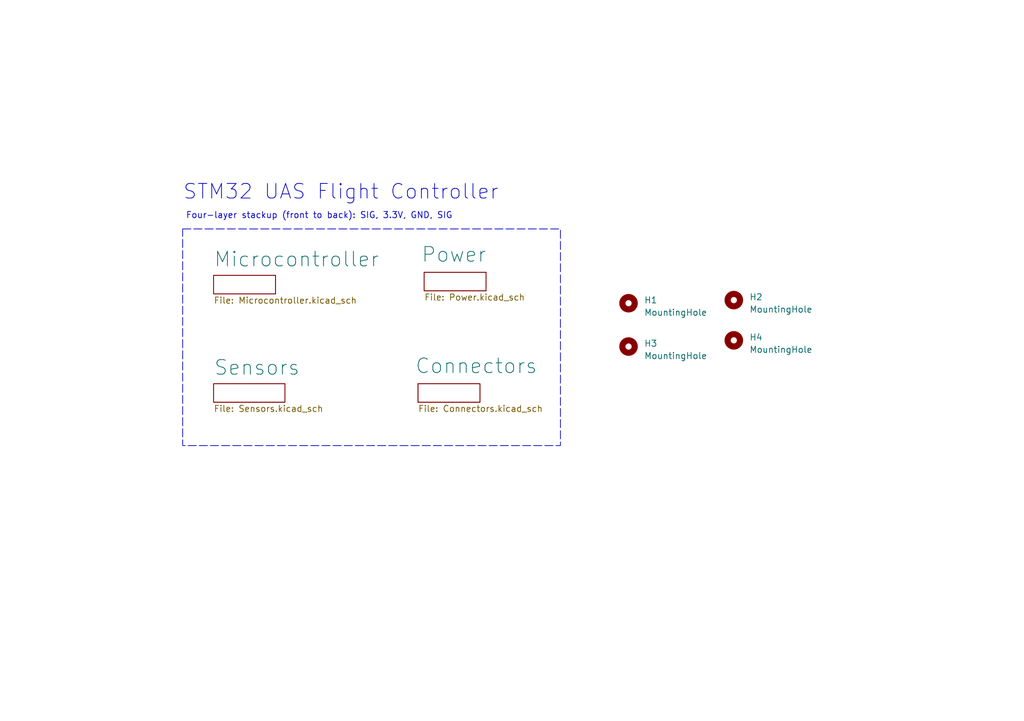
<source format=kicad_sch>
(kicad_sch (version 20230121) (generator eeschema)

  (uuid 619b7a98-ea9e-4ba1-a6ac-2aefa32bb41a)

  (paper "A5")

  (lib_symbols
    (symbol "Mechanical:MountingHole" (pin_names (offset 1.016)) (in_bom yes) (on_board yes)
      (property "Reference" "H" (at 0 5.08 0)
        (effects (font (size 1.27 1.27)))
      )
      (property "Value" "MountingHole" (at 0 3.175 0)
        (effects (font (size 1.27 1.27)))
      )
      (property "Footprint" "" (at 0 0 0)
        (effects (font (size 1.27 1.27)) hide)
      )
      (property "Datasheet" "~" (at 0 0 0)
        (effects (font (size 1.27 1.27)) hide)
      )
      (property "ki_keywords" "mounting hole" (at 0 0 0)
        (effects (font (size 1.27 1.27)) hide)
      )
      (property "ki_description" "Mounting Hole without connection" (at 0 0 0)
        (effects (font (size 1.27 1.27)) hide)
      )
      (property "ki_fp_filters" "MountingHole*" (at 0 0 0)
        (effects (font (size 1.27 1.27)) hide)
      )
      (symbol "MountingHole_0_1"
        (circle (center 0 0) (radius 1.27)
          (stroke (width 1.27) (type default))
          (fill (type none))
        )
      )
    )
  )


  (rectangle (start 37.465 46.99) (end 114.935 91.44)
    (stroke (width 0) (type dash))
    (fill (type none))
    (uuid 2406e4fa-bf88-4950-a756-96a401b72c73)
  )

  (text "Four-layer stackup (front to back): SIG, 3.3V, GND, SIG"
    (at 38.1 45.085 0)
    (effects (font (size 1.27 1.27)) (justify left bottom))
    (uuid 8a887091-14ea-4931-b86b-d80f2f4db12e)
  )
  (text "STM32 UAS Flight Controller" (at 37.465 41.275 0)
    (effects (font (size 3 3)) (justify left bottom))
    (uuid d64d2d06-6d96-46b7-92b9-f71907208c2f)
  )

  (symbol (lib_id "Mechanical:MountingHole") (at 128.905 71.12 0) (unit 1)
    (in_bom yes) (on_board yes) (dnp no) (fields_autoplaced)
    (uuid 33832f98-5e34-495f-b106-75203c7c1867)
    (property "Reference" "H3" (at 132.08 70.485 0)
      (effects (font (size 1.27 1.27)) (justify left))
    )
    (property "Value" "MountingHole" (at 132.08 73.025 0)
      (effects (font (size 1.27 1.27)) (justify left))
    )
    (property "Footprint" "MountingHole:MountingHole_2.7mm_M2.5_Pad" (at 128.905 71.12 0)
      (effects (font (size 1.27 1.27)) hide)
    )
    (property "Datasheet" "~" (at 128.905 71.12 0)
      (effects (font (size 1.27 1.27)) hide)
    )
    (instances
      (project "FlightComputer"
        (path "/619b7a98-ea9e-4ba1-a6ac-2aefa32bb41a"
          (reference "H3") (unit 1)
        )
      )
    )
  )

  (symbol (lib_id "Mechanical:MountingHole") (at 150.495 61.595 0) (unit 1)
    (in_bom yes) (on_board yes) (dnp no) (fields_autoplaced)
    (uuid 6a60f873-a4fd-4a7e-9cde-2c6e2e2f3eef)
    (property "Reference" "H2" (at 153.67 60.96 0)
      (effects (font (size 1.27 1.27)) (justify left))
    )
    (property "Value" "MountingHole" (at 153.67 63.5 0)
      (effects (font (size 1.27 1.27)) (justify left))
    )
    (property "Footprint" "MountingHole:MountingHole_2.7mm_M2.5_Pad" (at 150.495 61.595 0)
      (effects (font (size 1.27 1.27)) hide)
    )
    (property "Datasheet" "~" (at 150.495 61.595 0)
      (effects (font (size 1.27 1.27)) hide)
    )
    (instances
      (project "FlightComputer"
        (path "/619b7a98-ea9e-4ba1-a6ac-2aefa32bb41a"
          (reference "H2") (unit 1)
        )
      )
    )
  )

  (symbol (lib_id "Mechanical:MountingHole") (at 128.905 62.23 0) (unit 1)
    (in_bom yes) (on_board yes) (dnp no) (fields_autoplaced)
    (uuid 6e3a3f3a-0b0b-4703-a86b-2e259162d24f)
    (property "Reference" "H1" (at 132.08 61.595 0)
      (effects (font (size 1.27 1.27)) (justify left))
    )
    (property "Value" "MountingHole" (at 132.08 64.135 0)
      (effects (font (size 1.27 1.27)) (justify left))
    )
    (property "Footprint" "MountingHole:MountingHole_2.7mm_M2.5_Pad" (at 128.905 62.23 0)
      (effects (font (size 1.27 1.27)) hide)
    )
    (property "Datasheet" "~" (at 128.905 62.23 0)
      (effects (font (size 1.27 1.27)) hide)
    )
    (instances
      (project "FlightComputer"
        (path "/619b7a98-ea9e-4ba1-a6ac-2aefa32bb41a"
          (reference "H1") (unit 1)
        )
      )
    )
  )

  (symbol (lib_id "Mechanical:MountingHole") (at 150.495 69.85 0) (unit 1)
    (in_bom yes) (on_board yes) (dnp no) (fields_autoplaced)
    (uuid b20b4b68-987c-41e6-8b7d-a1ee17c39950)
    (property "Reference" "H4" (at 153.67 69.215 0)
      (effects (font (size 1.27 1.27)) (justify left))
    )
    (property "Value" "MountingHole" (at 153.67 71.755 0)
      (effects (font (size 1.27 1.27)) (justify left))
    )
    (property "Footprint" "MountingHole:MountingHole_2.7mm_M2.5_Pad" (at 150.495 69.85 0)
      (effects (font (size 1.27 1.27)) hide)
    )
    (property "Datasheet" "~" (at 150.495 69.85 0)
      (effects (font (size 1.27 1.27)) hide)
    )
    (instances
      (project "FlightComputer"
        (path "/619b7a98-ea9e-4ba1-a6ac-2aefa32bb41a"
          (reference "H4") (unit 1)
        )
      )
    )
  )

  (sheet (at 43.815 78.74) (size 14.605 3.81) (fields_autoplaced)
    (stroke (width 0.1524) (type solid))
    (fill (color 0 0 0 0.0000))
    (uuid 14b26996-81b8-4501-80f0-d5b7670415f0)
    (property "Sheetname" "Sensors" (at 43.815 77.1634 0)
      (effects (font (size 3 3)) (justify left bottom))
    )
    (property "Sheetfile" "Sensors.kicad_sch" (at 43.815 83.1346 0)
      (effects (font (size 1.27 1.27)) (justify left top))
    )
    (instances
      (project "FlightComputer"
        (path "/619b7a98-ea9e-4ba1-a6ac-2aefa32bb41a" (page "4"))
      )
    )
  )

  (sheet (at 85.725 78.74) (size 12.7 3.81)
    (stroke (width 0.1524) (type solid))
    (fill (color 0 0 0 0.0000))
    (uuid 234b6c4f-327d-42b9-b59c-801877bb3b05)
    (property "Sheetname" "Connectors" (at 85.09 76.835 0)
      (effects (font (size 3 3)) (justify left bottom))
    )
    (property "Sheetfile" "Connectors.kicad_sch" (at 85.725 83.1346 0)
      (effects (font (size 1.27 1.27)) (justify left top))
    )
    (instances
      (project "FlightComputer"
        (path "/619b7a98-ea9e-4ba1-a6ac-2aefa32bb41a" (page "5"))
      )
    )
  )

  (sheet (at 86.995 55.88) (size 12.7 3.81)
    (stroke (width 0.1524) (type solid))
    (fill (color 0 0 0 0.0000))
    (uuid 860700d0-b412-4191-a92c-98767c85d1ad)
    (property "Sheetname" "Power" (at 86.36 53.975 0)
      (effects (font (size 3 3)) (justify left bottom))
    )
    (property "Sheetfile" "Power.kicad_sch" (at 86.995 60.2746 0)
      (effects (font (size 1.27 1.27)) (justify left top))
    )
    (instances
      (project "FlightComputer"
        (path "/619b7a98-ea9e-4ba1-a6ac-2aefa32bb41a" (page "2"))
      )
    )
  )

  (sheet (at 43.815 56.515) (size 12.7 3.81) (fields_autoplaced)
    (stroke (width 0.1524) (type solid))
    (fill (color 0 0 0 0.0000))
    (uuid ba9d85a1-a354-40b5-8abd-109371bb61fa)
    (property "Sheetname" "Microcontroller" (at 43.815 54.9384 0)
      (effects (font (size 3 3)) (justify left bottom))
    )
    (property "Sheetfile" "Microcontroller.kicad_sch" (at 43.815 60.9096 0)
      (effects (font (size 1.27 1.27)) (justify left top))
    )
    (instances
      (project "FlightComputer"
        (path "/619b7a98-ea9e-4ba1-a6ac-2aefa32bb41a" (page "3"))
      )
    )
  )

  (sheet_instances
    (path "/" (page "1"))
  )
)

</source>
